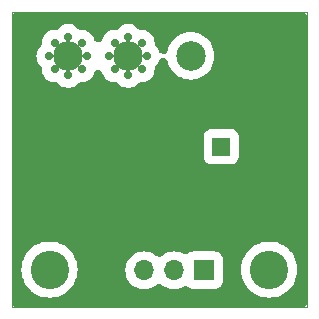
<source format=gbr>
%TF.GenerationSoftware,KiCad,Pcbnew,7.0.1*%
%TF.CreationDate,2023-08-30T00:45:02-03:00*%
%TF.ProjectId,Driver_TB67H451AFNG,44726976-6572-45f5-9442-363748343531,rev?*%
%TF.SameCoordinates,Original*%
%TF.FileFunction,Copper,L2,Bot*%
%TF.FilePolarity,Positive*%
%FSLAX46Y46*%
G04 Gerber Fmt 4.6, Leading zero omitted, Abs format (unit mm)*
G04 Created by KiCad (PCBNEW 7.0.1) date 2023-08-30 00:45:02*
%MOMM*%
%LPD*%
G01*
G04 APERTURE LIST*
%TA.AperFunction,ComponentPad*%
%ADD10C,2.500000*%
%TD*%
%TA.AperFunction,ComponentPad*%
%ADD11C,3.250000*%
%TD*%
%TA.AperFunction,ComponentPad*%
%ADD12C,0.700000*%
%TD*%
%TA.AperFunction,ComponentPad*%
%ADD13R,1.700000X1.700000*%
%TD*%
%TA.AperFunction,ComponentPad*%
%ADD14O,1.700000X1.700000*%
%TD*%
%TA.AperFunction,ComponentPad*%
%ADD15R,1.524000X1.524000*%
%TD*%
%TA.AperFunction,ComponentPad*%
%ADD16C,1.524000*%
%TD*%
%TA.AperFunction,Profile*%
%ADD17C,0.100000*%
%TD*%
G04 APERTURE END LIST*
D10*
%TO.P,J1,1*%
%TO.N,GND*%
X151430000Y-110720000D03*
%TO.P,J1,2*%
%TO.N,/Vin*%
X146350000Y-110720000D03*
%TD*%
D11*
%TO.P,H2,1*%
%TO.N,N/C*%
X153010000Y-128810000D03*
%TD*%
D12*
%TO.P,U1,1,GND*%
%TO.N,GND*%
X134360000Y-119050000D03*
X134360000Y-119750000D03*
X134360000Y-120450000D03*
X134360000Y-121150000D03*
X135060000Y-119050000D03*
X135060000Y-119750000D03*
X135060000Y-120450000D03*
X135060000Y-121150000D03*
X135760000Y-119050000D03*
X135760000Y-119750000D03*
X135760000Y-120450000D03*
X135760000Y-121150000D03*
X136460000Y-119050000D03*
X136460000Y-119750000D03*
X136460000Y-120450000D03*
X136460000Y-121150000D03*
X137160000Y-119050000D03*
X137160000Y-119750000D03*
X137160000Y-120450000D03*
X137160000Y-121150000D03*
X137860000Y-119050000D03*
X137860000Y-119750000D03*
X137860000Y-120450000D03*
X137860000Y-121150000D03*
%TD*%
D13*
%TO.P,J4,1,Pin_1*%
%TO.N,+5V*%
X147500000Y-128870000D03*
D14*
%TO.P,J4,2,Pin_2*%
%TO.N,/M1B*%
X144960000Y-128870000D03*
%TO.P,J4,3,Pin_3*%
%TO.N,/M1A*%
X142420000Y-128870000D03*
%TO.P,J4,4,Pin_4*%
%TO.N,GND*%
X139880000Y-128870000D03*
%TD*%
D11*
%TO.P,H1,1*%
%TO.N,N/C*%
X134400000Y-128810000D03*
%TD*%
D15*
%TO.P,C2,1*%
%TO.N,/Vin*%
X148950000Y-118390000D03*
D16*
%TO.P,C2,2*%
%TO.N,GND*%
X148950000Y-122890000D03*
%TD*%
D12*
%TO.P,J3,1*%
%TO.N,Net-(U1-OUT1)*%
X142660000Y-110720000D03*
X142190000Y-111840000D03*
X142190000Y-109600000D03*
X141060000Y-112320000D03*
D10*
X141060000Y-110720000D03*
D12*
X141060000Y-109120000D03*
X139920000Y-111840000D03*
X139920000Y-109600000D03*
X139470000Y-110720000D03*
%TO.P,J3,2*%
%TO.N,Net-(U1-OUT2)*%
X137580000Y-110720000D03*
X137110000Y-111840000D03*
X137110000Y-109600000D03*
X135980000Y-112320000D03*
D10*
X135980000Y-110720000D03*
D12*
X135980000Y-109120000D03*
X134840000Y-111840000D03*
X134840000Y-109600000D03*
X134390000Y-110720000D03*
%TD*%
%TA.AperFunction,Conductor*%
%TO.N,GND*%
G36*
X155941072Y-107018805D02*
G01*
X156045332Y-107071928D01*
X156128072Y-107154668D01*
X156181195Y-107258928D01*
X156199500Y-107374500D01*
X156199500Y-131625500D01*
X156181195Y-131741072D01*
X156128072Y-131845332D01*
X156045332Y-131928072D01*
X155941072Y-131981195D01*
X155825500Y-131999500D01*
X131574500Y-131999500D01*
X131458928Y-131981195D01*
X131354668Y-131928072D01*
X131271928Y-131845332D01*
X131218805Y-131741072D01*
X131200500Y-131625500D01*
X131200500Y-128810000D01*
X132019403Y-128810000D01*
X132039768Y-129120724D01*
X132039768Y-129120728D01*
X132039769Y-129120730D01*
X132100520Y-129426144D01*
X132200615Y-129721015D01*
X132275466Y-129872797D01*
X132338344Y-130000301D01*
X132511346Y-130259218D01*
X132547521Y-130300467D01*
X132716664Y-130493336D01*
X132860210Y-130619223D01*
X132950781Y-130698653D01*
X132950784Y-130698655D01*
X133209701Y-130871657D01*
X133488985Y-131009385D01*
X133783856Y-131109480D01*
X134089270Y-131170231D01*
X134400000Y-131190597D01*
X134710730Y-131170231D01*
X135016144Y-131109480D01*
X135311015Y-131009385D01*
X135590299Y-130871657D01*
X135849216Y-130698655D01*
X136083336Y-130493336D01*
X136288655Y-130259216D01*
X136461657Y-130000299D01*
X136599385Y-129721015D01*
X136699480Y-129426144D01*
X136760231Y-129120730D01*
X136776665Y-128869999D01*
X140814550Y-128869999D01*
X140834316Y-129121148D01*
X140893126Y-129366110D01*
X140989534Y-129598861D01*
X141121160Y-129813654D01*
X141121163Y-129813657D01*
X141121164Y-129813659D01*
X141155985Y-129854429D01*
X141284775Y-130005224D01*
X141476345Y-130168839D01*
X141691138Y-130300465D01*
X141923889Y-130396873D01*
X142168851Y-130455683D01*
X142420000Y-130475449D01*
X142671148Y-130455683D01*
X142916111Y-130396873D01*
X143148859Y-130300466D01*
X143151294Y-130298974D01*
X143363658Y-130168837D01*
X143447106Y-130097566D01*
X143536093Y-130041092D01*
X143637303Y-130011688D01*
X143742697Y-130011688D01*
X143843907Y-130041092D01*
X143932894Y-130097566D01*
X144016341Y-130168837D01*
X144231138Y-130300465D01*
X144463889Y-130396873D01*
X144708851Y-130455683D01*
X144960000Y-130475449D01*
X145211148Y-130455683D01*
X145456111Y-130396873D01*
X145688859Y-130300466D01*
X145735238Y-130272044D01*
X145826305Y-130231784D01*
X145924774Y-130216979D01*
X146023659Y-130228683D01*
X146115951Y-130266065D01*
X146159073Y-130298974D01*
X146181341Y-130312709D01*
X146181344Y-130312712D01*
X146330666Y-130404814D01*
X146497203Y-130459999D01*
X146599991Y-130470500D01*
X148400008Y-130470499D01*
X148502797Y-130459999D01*
X148669334Y-130404814D01*
X148818656Y-130312712D01*
X148942712Y-130188656D01*
X149034814Y-130039334D01*
X149089999Y-129872797D01*
X149100500Y-129770009D01*
X149100499Y-128810000D01*
X150629403Y-128810000D01*
X150649768Y-129120724D01*
X150649768Y-129120728D01*
X150649769Y-129120730D01*
X150710520Y-129426144D01*
X150810615Y-129721015D01*
X150885466Y-129872797D01*
X150948344Y-130000301D01*
X151121346Y-130259218D01*
X151157521Y-130300467D01*
X151326664Y-130493336D01*
X151470210Y-130619223D01*
X151560781Y-130698653D01*
X151560784Y-130698655D01*
X151819701Y-130871657D01*
X152098985Y-131009385D01*
X152393856Y-131109480D01*
X152699270Y-131170231D01*
X153010000Y-131190597D01*
X153320730Y-131170231D01*
X153626144Y-131109480D01*
X153921015Y-131009385D01*
X154200299Y-130871657D01*
X154459216Y-130698655D01*
X154693336Y-130493336D01*
X154898655Y-130259216D01*
X155071657Y-130000299D01*
X155209385Y-129721015D01*
X155309480Y-129426144D01*
X155370231Y-129120730D01*
X155390597Y-128810000D01*
X155370231Y-128499270D01*
X155309480Y-128193856D01*
X155209385Y-127898985D01*
X155111584Y-127700665D01*
X155071657Y-127619701D01*
X154898655Y-127360784D01*
X154876206Y-127335186D01*
X154693336Y-127126664D01*
X154567447Y-127016261D01*
X154459218Y-126921346D01*
X154200301Y-126748344D01*
X154200297Y-126748342D01*
X153921015Y-126610615D01*
X153626144Y-126510520D01*
X153320730Y-126449769D01*
X153320728Y-126449768D01*
X153320724Y-126449768D01*
X153040292Y-126431388D01*
X153010000Y-126429403D01*
X153009999Y-126429403D01*
X152932234Y-126434499D01*
X152932234Y-126434500D01*
X152699275Y-126449768D01*
X152699269Y-126449769D01*
X152699270Y-126449769D01*
X152393856Y-126510520D01*
X152393854Y-126510520D01*
X152393852Y-126510521D01*
X152098982Y-126610616D01*
X151819701Y-126748342D01*
X151560784Y-126921344D01*
X151326664Y-127126664D01*
X151121344Y-127360784D01*
X150948342Y-127619701D01*
X150891595Y-127734772D01*
X150891594Y-127734776D01*
X150810616Y-127898982D01*
X150710521Y-128193852D01*
X150649768Y-128499275D01*
X150629403Y-128810000D01*
X149100499Y-128810000D01*
X149100499Y-127969992D01*
X149089999Y-127867203D01*
X149034814Y-127700666D01*
X148942712Y-127551344D01*
X148818656Y-127427288D01*
X148669334Y-127335186D01*
X148502797Y-127280001D01*
X148502794Y-127280000D01*
X148400011Y-127269500D01*
X146599993Y-127269500D01*
X146497203Y-127280001D01*
X146330665Y-127335186D01*
X146159069Y-127441027D01*
X146115944Y-127473938D01*
X146023654Y-127511318D01*
X145924772Y-127523020D01*
X145826306Y-127508216D01*
X145735237Y-127467954D01*
X145688860Y-127439534D01*
X145456110Y-127343126D01*
X145211148Y-127284316D01*
X144960000Y-127264550D01*
X144708851Y-127284316D01*
X144463889Y-127343126D01*
X144231138Y-127439534D01*
X144016342Y-127571162D01*
X143932890Y-127642436D01*
X143843903Y-127698908D01*
X143742694Y-127728311D01*
X143637300Y-127728311D01*
X143536092Y-127698906D01*
X143447105Y-127642433D01*
X143363658Y-127571162D01*
X143148861Y-127439534D01*
X142916110Y-127343126D01*
X142671148Y-127284316D01*
X142420000Y-127264550D01*
X142168851Y-127284316D01*
X141923889Y-127343126D01*
X141691138Y-127439534D01*
X141476345Y-127571160D01*
X141284775Y-127734775D01*
X141121160Y-127926345D01*
X140989534Y-128141138D01*
X140893126Y-128373889D01*
X140834316Y-128618851D01*
X140814550Y-128869999D01*
X136776665Y-128869999D01*
X136780597Y-128810000D01*
X136760231Y-128499270D01*
X136699480Y-128193856D01*
X136599385Y-127898985D01*
X136501584Y-127700665D01*
X136461657Y-127619701D01*
X136288655Y-127360784D01*
X136266206Y-127335186D01*
X136083336Y-127126664D01*
X135957447Y-127016261D01*
X135849218Y-126921346D01*
X135590301Y-126748344D01*
X135590297Y-126748342D01*
X135311015Y-126610615D01*
X135016144Y-126510520D01*
X134710730Y-126449769D01*
X134710728Y-126449768D01*
X134710724Y-126449768D01*
X134430292Y-126431388D01*
X134400000Y-126429403D01*
X134399999Y-126429403D01*
X134322234Y-126434499D01*
X134322234Y-126434500D01*
X134089275Y-126449768D01*
X134089269Y-126449769D01*
X134089270Y-126449769D01*
X133783856Y-126510520D01*
X133783854Y-126510520D01*
X133783852Y-126510521D01*
X133488982Y-126610616D01*
X133209701Y-126748342D01*
X132950784Y-126921344D01*
X132716664Y-127126664D01*
X132511344Y-127360784D01*
X132338342Y-127619701D01*
X132281595Y-127734772D01*
X132281594Y-127734776D01*
X132200616Y-127898982D01*
X132100521Y-128193852D01*
X132039768Y-128499275D01*
X132019403Y-128810000D01*
X131200500Y-128810000D01*
X131200500Y-119202006D01*
X147437500Y-119202006D01*
X147437501Y-119202011D01*
X147448001Y-119304797D01*
X147503186Y-119471334D01*
X147595288Y-119620656D01*
X147719344Y-119744712D01*
X147868666Y-119836814D01*
X148035203Y-119891999D01*
X148137991Y-119902500D01*
X149762008Y-119902499D01*
X149864797Y-119891999D01*
X150031334Y-119836814D01*
X150180656Y-119744712D01*
X150304712Y-119620656D01*
X150396814Y-119471334D01*
X150451999Y-119304797D01*
X150462500Y-119202009D01*
X150462499Y-117577992D01*
X150451999Y-117475203D01*
X150396814Y-117308666D01*
X150304712Y-117159344D01*
X150180656Y-117035288D01*
X150031334Y-116943186D01*
X149864797Y-116888001D01*
X149864794Y-116888000D01*
X149762011Y-116877500D01*
X148137993Y-116877500D01*
X148035203Y-116888001D01*
X147868665Y-116943186D01*
X147719344Y-117035288D01*
X147595288Y-117159344D01*
X147503186Y-117308665D01*
X147448000Y-117475205D01*
X147437500Y-117577988D01*
X147437500Y-119202006D01*
X131200500Y-119202006D01*
X131200500Y-110720000D01*
X133284785Y-110720000D01*
X133303603Y-110923083D01*
X133346714Y-111074600D01*
X133359418Y-111119250D01*
X133450327Y-111301822D01*
X133573236Y-111464579D01*
X133616655Y-111504161D01*
X133688584Y-111593548D01*
X133730032Y-111700535D01*
X133737096Y-111815051D01*
X133734784Y-111839995D01*
X133741823Y-111915953D01*
X133753603Y-112043083D01*
X133794723Y-112187603D01*
X133809418Y-112239250D01*
X133900327Y-112421822D01*
X133992869Y-112544366D01*
X134023236Y-112584579D01*
X134173959Y-112721981D01*
X134347363Y-112829348D01*
X134537544Y-112903024D01*
X134738024Y-112940500D01*
X134883306Y-112940500D01*
X134996682Y-112958099D01*
X135099388Y-113009239D01*
X135135165Y-113043929D01*
X135137625Y-113041232D01*
X135163236Y-113064579D01*
X135313959Y-113201981D01*
X135487363Y-113309348D01*
X135677544Y-113383024D01*
X135878024Y-113420500D01*
X136081976Y-113420500D01*
X136282456Y-113383024D01*
X136472637Y-113309348D01*
X136646041Y-113201981D01*
X136796764Y-113064579D01*
X136796763Y-113064579D01*
X136822376Y-113041231D01*
X136824835Y-113043928D01*
X136860602Y-113009246D01*
X136963312Y-112958101D01*
X137076694Y-112940500D01*
X137211976Y-112940500D01*
X137412456Y-112903024D01*
X137602637Y-112829348D01*
X137776041Y-112721981D01*
X137926764Y-112584579D01*
X138049673Y-112421821D01*
X138140582Y-112239250D01*
X138155277Y-112187602D01*
X138206451Y-112078592D01*
X138289615Y-111991494D01*
X138396146Y-111935341D01*
X138515000Y-111915953D01*
X138633854Y-111935341D01*
X138740385Y-111991494D01*
X138823549Y-112078592D01*
X138874723Y-112187603D01*
X138889417Y-112239249D01*
X138980327Y-112421822D01*
X139072869Y-112544366D01*
X139103236Y-112584579D01*
X139253959Y-112721981D01*
X139427363Y-112829348D01*
X139617544Y-112903024D01*
X139818024Y-112940500D01*
X139963306Y-112940500D01*
X140076682Y-112958099D01*
X140179388Y-113009239D01*
X140215165Y-113043929D01*
X140217625Y-113041232D01*
X140243236Y-113064579D01*
X140393959Y-113201981D01*
X140567363Y-113309348D01*
X140757544Y-113383024D01*
X140958024Y-113420500D01*
X141161976Y-113420500D01*
X141362456Y-113383024D01*
X141552637Y-113309348D01*
X141726041Y-113201981D01*
X141876764Y-113064579D01*
X141876763Y-113064579D01*
X141902376Y-113041231D01*
X141904835Y-113043928D01*
X141940602Y-113009246D01*
X142043312Y-112958101D01*
X142156694Y-112940500D01*
X142291976Y-112940500D01*
X142492456Y-112903024D01*
X142682637Y-112829348D01*
X142856041Y-112721981D01*
X143006764Y-112584579D01*
X143129673Y-112421821D01*
X143220582Y-112239250D01*
X143276397Y-112043083D01*
X143295215Y-111840000D01*
X143294461Y-111831865D01*
X143301525Y-111717349D01*
X143342973Y-111610360D01*
X143414901Y-111520973D01*
X143476764Y-111464579D01*
X143599673Y-111301821D01*
X143690582Y-111119250D01*
X143690582Y-111119247D01*
X143702905Y-111094501D01*
X143769242Y-111000805D01*
X143860873Y-110931646D01*
X143969166Y-110893537D01*
X144083915Y-110890072D01*
X144194309Y-110921575D01*
X144289948Y-110985079D01*
X144361818Y-111074600D01*
X144403149Y-111181703D01*
X144425629Y-111285042D01*
X144525633Y-111553163D01*
X144652108Y-111784782D01*
X144662774Y-111804315D01*
X144834261Y-112033395D01*
X145036605Y-112235739D01*
X145265685Y-112407226D01*
X145381495Y-112470463D01*
X145516836Y-112544366D01*
X145516839Y-112544367D01*
X145784954Y-112644369D01*
X146064572Y-112705196D01*
X146350000Y-112725610D01*
X146635428Y-112705196D01*
X146915046Y-112644369D01*
X147183161Y-112544367D01*
X147434315Y-112407226D01*
X147663395Y-112235739D01*
X147865739Y-112033395D01*
X148037226Y-111804315D01*
X148174367Y-111553161D01*
X148274369Y-111285046D01*
X148335196Y-111005428D01*
X148355610Y-110720000D01*
X148335196Y-110434572D01*
X148274369Y-110154954D01*
X148174367Y-109886839D01*
X148174366Y-109886836D01*
X148093894Y-109739465D01*
X148037226Y-109635685D01*
X147865739Y-109406605D01*
X147663395Y-109204261D01*
X147434315Y-109032774D01*
X147407583Y-109018177D01*
X147183163Y-108895633D01*
X146915046Y-108795631D01*
X146635426Y-108734803D01*
X146350000Y-108714390D01*
X146064573Y-108734803D01*
X145784953Y-108795631D01*
X145516836Y-108895633D01*
X145265686Y-109032773D01*
X145036607Y-109204259D01*
X144834259Y-109406607D01*
X144662773Y-109635686D01*
X144525633Y-109886836D01*
X144425629Y-110154957D01*
X144403149Y-110258296D01*
X144361818Y-110365399D01*
X144289947Y-110454920D01*
X144194309Y-110518424D01*
X144083915Y-110549927D01*
X143969166Y-110546462D01*
X143860874Y-110508354D01*
X143769242Y-110439194D01*
X143702905Y-110345499D01*
X143690581Y-110320749D01*
X143599673Y-110138179D01*
X143599672Y-110138178D01*
X143599672Y-110138177D01*
X143549283Y-110071452D01*
X143476764Y-109975421D01*
X143476761Y-109975418D01*
X143414903Y-109919026D01*
X143342972Y-109829637D01*
X143301525Y-109722648D01*
X143294461Y-109608134D01*
X143295215Y-109600000D01*
X143276397Y-109396917D01*
X143220582Y-109200750D01*
X143129673Y-109018179D01*
X143129672Y-109018178D01*
X143129672Y-109018177D01*
X143066947Y-108935117D01*
X143006764Y-108855421D01*
X142856041Y-108718019D01*
X142769339Y-108664335D01*
X142682636Y-108610651D01*
X142492457Y-108536976D01*
X142291976Y-108499500D01*
X142156695Y-108499500D01*
X142043319Y-108481901D01*
X141940613Y-108430761D01*
X141904836Y-108396071D01*
X141902377Y-108398769D01*
X141726042Y-108238020D01*
X141726041Y-108238019D01*
X141639339Y-108184335D01*
X141552636Y-108130651D01*
X141362457Y-108056976D01*
X141161976Y-108019500D01*
X140958024Y-108019500D01*
X140757542Y-108056976D01*
X140567363Y-108130651D01*
X140393957Y-108238020D01*
X140217625Y-108398768D01*
X140215165Y-108396070D01*
X140179388Y-108430761D01*
X140076682Y-108481901D01*
X139963306Y-108499500D01*
X139818024Y-108499500D01*
X139617542Y-108536976D01*
X139427363Y-108610651D01*
X139253957Y-108718020D01*
X139103237Y-108855419D01*
X138980327Y-109018177D01*
X138889415Y-109200754D01*
X138874722Y-109252397D01*
X138823548Y-109361408D01*
X138740385Y-109448505D01*
X138633854Y-109504658D01*
X138515000Y-109524046D01*
X138396146Y-109504658D01*
X138289615Y-109448505D01*
X138206452Y-109361408D01*
X138155278Y-109252397D01*
X138140584Y-109200754D01*
X138049672Y-109018177D01*
X137986947Y-108935117D01*
X137926764Y-108855421D01*
X137776041Y-108718019D01*
X137689339Y-108664335D01*
X137602636Y-108610651D01*
X137412457Y-108536976D01*
X137211976Y-108499500D01*
X137076695Y-108499500D01*
X136963319Y-108481901D01*
X136860613Y-108430761D01*
X136824836Y-108396071D01*
X136822377Y-108398769D01*
X136646042Y-108238020D01*
X136646041Y-108238019D01*
X136559339Y-108184335D01*
X136472636Y-108130651D01*
X136282457Y-108056976D01*
X136081976Y-108019500D01*
X135878024Y-108019500D01*
X135677542Y-108056976D01*
X135487363Y-108130651D01*
X135313957Y-108238020D01*
X135137625Y-108398768D01*
X135135165Y-108396070D01*
X135099388Y-108430761D01*
X134996682Y-108481901D01*
X134883306Y-108499500D01*
X134738024Y-108499500D01*
X134537542Y-108536976D01*
X134347363Y-108610651D01*
X134173957Y-108718020D01*
X134023237Y-108855419D01*
X133900327Y-109018177D01*
X133809418Y-109200749D01*
X133753603Y-109396917D01*
X133734785Y-109600000D01*
X133737096Y-109624949D01*
X133730032Y-109739465D01*
X133688584Y-109846452D01*
X133616655Y-109935839D01*
X133573236Y-109975420D01*
X133450327Y-110138177D01*
X133390516Y-110258296D01*
X133359418Y-110320750D01*
X133303603Y-110516917D01*
X133284785Y-110720000D01*
X131200500Y-110720000D01*
X131200500Y-107374500D01*
X131218805Y-107258928D01*
X131271928Y-107154668D01*
X131354668Y-107071928D01*
X131458928Y-107018805D01*
X131574500Y-107000500D01*
X155825500Y-107000500D01*
X155941072Y-107018805D01*
G37*
%TD.AperFunction*%
%TD*%
D17*
X156200000Y-107000000D02*
X156200000Y-109000000D01*
X131200000Y-107000000D02*
X156200000Y-107000000D01*
X156200000Y-132000000D01*
X131200000Y-132000000D01*
X131200000Y-107000000D01*
M02*

</source>
